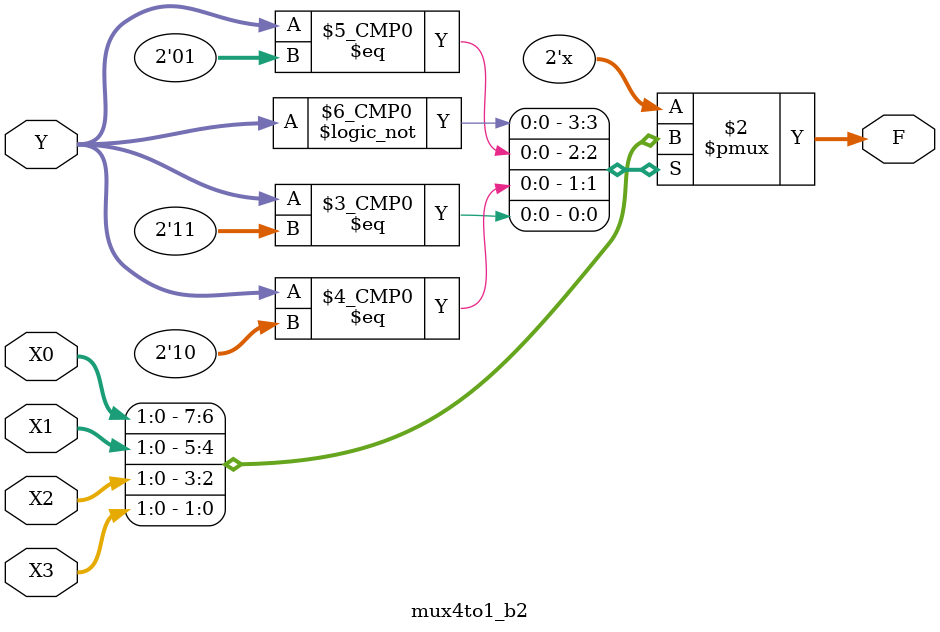
<source format=v>
module mux4to1_b2(Y, X0, X1, X2, X3, F);
	input [1:0] Y, X0, X1, X2, X3;
	output reg [1:0] F;
	
	always @ (*)
		case(Y)
			0: F = X0;
			1: F = X1;
			2: F = X2;
			3: F = X3;
			default: F = 2'b00;
		endcase
	
endmodule 
</source>
